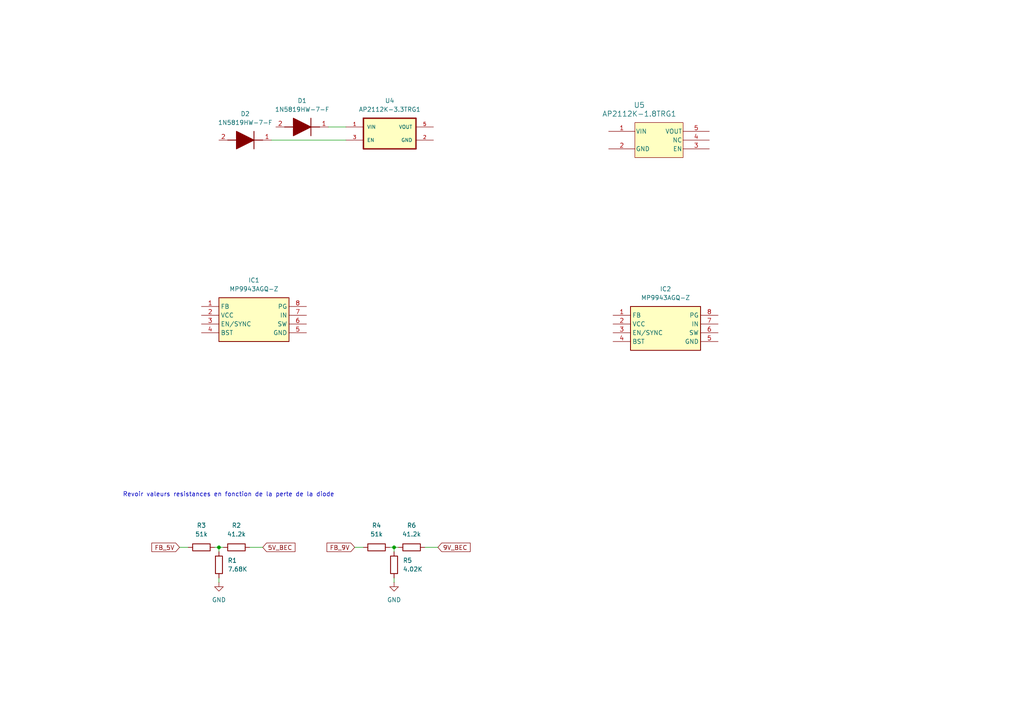
<source format=kicad_sch>
(kicad_sch (version 20250114) (generator "eeschema") (generator_version "9.0")
  (paper "A4")
  (lib_symbols
    (symbol "Device:R" (pin_numbers (hide yes)) (pin_names (offset 0))
      (property "Reference" "R" (at 2.032 0 90))
      (property "Value" "R" (at 0 0 90))
      (symbol "R_0_1"
        (rectangle (start -1.016 -2.54) (end 1.016 2.54) (stroke (width 0.254)))
      )
      (symbol "R_1_1"
        (pin passive line (at 0 3.81 270) (length 1.27) (name "~") (number "1"))
        (pin passive line (at 0 -3.81 90) (length 1.27) (name "~") (number "2"))
      )
    )
    (symbol "fcg4:1N5819HW-7-F" (pin_names (hide yes))
      (property "Reference" "D" (at 1.016 6.858 0))
      (property "Value" "1N5819HW-7-F" (at 1.016 4.826 0))
      (symbol "1N5819HW-7-F_1_1"
        (polyline (pts (xy 2.54 0) (xy 5.08 0)) (stroke (width 0.254)))
        (polyline (pts (xy 5.08 2.54) (xy 5.08 -2.54)) (stroke (width 0.254)))
        (polyline (pts (xy 5.08 0) (xy 10.16 2.54) (xy 10.16 -2.54) (xy 5.08 0)) (stroke (width 0.254)) (fill (type outline)))
        (polyline (pts (xy 10.16 0) (xy 12.7 0)) (stroke (width 0.254)))
        (pin passive line (at 0 0 0) (length 2.54) (name "K") (number "1"))
        (pin passive line (at 15.24 0 180) (length 2.54) (name "A") (number "2"))
      )
    )
    (symbol "fcg4:AP2112K-1.8TRG1" (pin_names (offset 0.254))
      (property "Reference" "U" (at 20.32 10.16 0))
      (property "Value" "AP2112K-1.8TRG1" (at 20.32 7.62 0))
      (symbol "AP2112K-1.8TRG1_0_1"
        (pin unspecified line (at 11.43 2.54 0) (length 7.62) (name "VIN") (number "1"))
        (pin unspecified line (at 11.43 -2.54 0) (length 7.62) (name "GND") (number "2"))
        (pin unspecified line (at 40.64 2.54 180) (length 7.62) (name "VOUT") (number "5"))
        (pin unspecified line (at 40.64 0 180) (length 7.62) (name "NC") (number "4"))
        (pin unspecified line (at 40.64 -2.54 180) (length 7.62) (name "EN") (number "3"))
      )
      (symbol "AP2112K-1.8TRG1_1_1"
        (rectangle (start 19.05 5.08) (end 33.02 -5.08) (fill (type background)))
      )
    )
    (symbol "fcg4:AP2112K-3.3TRG1" (pin_names (offset 1.016))
      (property "Reference" "U" (at -7.663 8.6476 0))
      (property "Value" "AP2112K-3.3TRG1" (at -7.6489 -11.6507 0))
      (symbol "AP2112K-3.3TRG1_0_0"
        (rectangle (start -7.62 7.62) (end 7.62 -1.27) (stroke (width 0.41)) (fill (type background)))
        (pin power_in line (at -12.7 5.08 0) (length 5.08) (name "VIN") (number "1"))
        (pin input line (at -12.7 1.27 0) (length 5.08) (name "EN") (number "3"))
        (pin power_in line (at 12.7 5.08 180) (length 5.08) (name "VOUT") (number "5"))
        (pin power_in line (at 12.7 1.27 180) (length 5.08) (name "GND") (number "2"))
      )
    )
    (symbol "fcg4:MP9943AGQ-Z"
      (property "Reference" "IC" (at 26.67 7.62 0))
      (property "Value" "MP9943AGQ-Z" (at 26.67 5.08 0))
      (symbol "MP9943AGQ-Z_1_1"
        (rectangle (start 5.08 2.54) (end 25.4 -10.16) (stroke (width 0.254)) (fill (type background)))
        (pin passive line (at 0 0 0) (length 5.08) (name "FB") (number "1"))
        (pin passive line (at 0 -2.54 0) (length 5.08) (name "VCC") (number "2"))
        (pin passive line (at 0 -5.08 0) (length 5.08) (name "EN/SYNC") (number "3"))
        (pin passive line (at 0 -7.62 0) (length 5.08) (name "BST") (number "4"))
        (pin passive line (at 30.48 0 180) (length 5.08) (name "PG") (number "8"))
        (pin passive line (at 30.48 -2.54 180) (length 5.08) (name "IN") (number "7"))
        (pin passive line (at 30.48 -5.08 180) (length 5.08) (name "SW") (number "6"))
        (pin passive line (at 30.48 -7.62 180) (length 5.08) (name "GND") (number "5"))
      )
    )
    (symbol "power:GND" (power) (pin_numbers (hide yes)) (pin_names (offset 0) (hide yes))
      (property "Value" "GND" (at 0 -3.81 0))
      (symbol "GND_0_1"
        (polyline (pts (xy 0 0) (xy 0 -1.27) (xy 1.27 -1.27) (xy 0 -2.54) (xy -1.27 -1.27) (xy 0 -1.27)))
      )
      (symbol "GND_1_1"
        (pin power_in line (at 0 0 270) (length 0) (name "~") (number "1"))
      )
    )
  )
  (text "Revoir valeurs resistances en fonction de la perte de la diode\n" (at 66.294 143.51 0) (effects (font (size 1.27 1.27))))
  (junction (at 114.3 158.75))
  (junction (at 63.5 158.75))
  (wire (pts (xy 113.03 158.75) (xy 114.3 158.75)))
  (wire (pts (xy 52.07 158.75) (xy 54.61 158.75)))
  (wire (pts (xy 62.23 158.75) (xy 63.5 158.75)))
  (wire (pts (xy 123.19 158.75) (xy 127 158.75)))
  (wire (pts (xy 63.5 158.75) (xy 63.5 160.02)))
  (wire (pts (xy 72.39 158.75) (xy 76.2 158.75)))
  (wire (pts (xy 63.5 158.75) (xy 64.77 158.75)))
  (wire (pts (xy 78.74 40.64) (xy 100.33 40.64)))
  (wire (pts (xy 95.25 36.83) (xy 100.33 36.83)))
  (wire (pts (xy 114.3 167.64) (xy 114.3 168.91)))
  (wire (pts (xy 114.3 158.75) (xy 114.3 160.02)))
  (wire (pts (xy 63.5 167.64) (xy 63.5 168.91)))
  (wire (pts (xy 114.3 158.75) (xy 115.57 158.75)))
  (wire (pts (xy 102.87 158.75) (xy 105.41 158.75)))
  (global_label "FB_9V" (shape input) (at 102.87 158.75 180) (property "Intersheetrefs" "${INTERSHEET_REFS}" (effects (hide yes))))
  (global_label "9V_BEC" (shape input) (at 127 158.75 0) (property "Intersheetrefs" "${INTERSHEET_REFS}" (effects (hide yes))))
  (global_label "5V_BEC" (shape input) (at 76.2 158.75 0) (property "Intersheetrefs" "${INTERSHEET_REFS}" (effects (hide yes))))
  (global_label "FB_5V" (shape input) (at 52.07 158.75 180) (property "Intersheetrefs" "${INTERSHEET_REFS}" (effects (hide yes))))
  (symbol (lib_id "Device:R") (at 63.5 163.83 0) (unit 1)
    (property "Reference" "R1" (at 66.04 162.5599 0) (effects (justify left)))
    (property "Value" "7.68K" (at 66.04 165.0999 0) (effects (justify left)))
    (property "Description" "Resistor" (effects (hide yes)))
  )
  (symbol (lib_id "power:GND") (at 63.5 168.91 0) (unit 1)
    (property "Reference" "#PWR01" (effects (hide yes)))
    (property "Value" "GND" (at 63.5 173.99 0))
    (property "Description" "Power symbol creates a global label with name \"GND\" , ground" (effects (hide yes)))
  )
  (symbol (lib_id "Device:R") (at 114.3 163.83 0) (unit 1)
    (property "Reference" "R5" (at 116.84 162.5599 0) (effects (justify left)))
    (property "Value" "4.02K" (at 116.84 165.0999 0) (effects (justify left)))
    (property "Description" "Resistor" (effects (hide yes)))
  )
  (symbol (lib_id "Device:R") (at 119.38 158.75 90) (unit 1)
    (property "Reference" "R6" (at 119.38 152.4 90))
    (property "Value" "41.2k" (at 119.38 154.94 90))
    (property "Description" "Resistor" (effects (hide yes)))
  )
  (symbol (lib_id "Device:R") (at 58.42 158.75 90) (unit 1)
    (property "Reference" "R3" (at 58.42 152.4 90))
    (property "Value" "51k" (at 58.42 154.94 90))
    (property "Description" "Resistor" (effects (hide yes)))
  )
  (symbol (lib_id "fcg4:AP2112K-1.8TRG1") (at 165.1 40.64 0) (unit 1)
    (property "Reference" "U5" (at 185.42 30.48 0) (effects (font (size 1.524 1.524))))
    (property "Value" "AP2112K-1.8TRG1" (at 185.42 33.02 0) (effects (font (size 1.524 1.524))))
    (property "Footprint" "fcg4_fp:AP2112K-1.8TRG1_DIO" (effects (hide yes)))
    (property "Datasheet" "AP2112K-1.8TRG1" (effects (hide yes)))
  )
  (symbol (lib_id "Device:R") (at 68.58 158.75 90) (unit 1)
    (property "Reference" "R2" (at 68.58 152.4 90))
    (property "Value" "41.2k" (at 68.58 154.94 90))
    (property "Description" "Resistor" (effects (hide yes)))
  )
  (symbol (lib_id "fcg4:1N5819HW-7-F") (at 95.25 36.83 180) (unit 1)
    (property "Reference" "D1" (at 87.63 29.21 0))
    (property "Value" "1N5819HW-7-F" (at 87.63 31.75 0))
    (property "Footprint" "SOD3716X145M" (effects (hide yes)))
    (property "Datasheet" "https://www.diodes.com//assets/Datasheets/1N5819HW.pdf" (effects (hide yes)))
    (property "Description" "Diode Schottky 1A 40V SOD123 Diodes Inc 1N5819HW-7-F, SMT Schottky Diode, 40V 1A, 2-Pin SOD-123" (effects (hide yes)))
    (property "Height" "1.45" (effects (hide yes)))
    (property "Mouser Part Number" "621-1N5819HW-F" (effects (hide yes)))
    (property "Mouser Price/Stock" "https://www.mouser.co.uk/ProductDetail/Diodes-Incorporated/1N5819HW-7-F?qs=NQ47qNm99eDyWTEd07miYA%3D%3D" (effects (hide yes)))
    (property "Manufacturer_Name" "Diodes Incorporated" (effects (hide yes)))
    (property "Manufacturer_Part_Number" "1N5819HW-7-F" (effects (hide yes)))
  )
  (symbol (lib_id "fcg4:AP2112K-3.3TRG1") (at 113.03 41.91 0) (unit 1)
    (property "Reference" "U4" (at 113.03 29.21 0))
    (property "Value" "AP2112K-3.3TRG1" (at 113.03 31.75 0))
    (property "Footprint" "fcg4_fp:SOT95P285X140-5N" (effects (hide yes)))
    (property "DigiKey_Part_Number" "AP2112K-3.3TRG1DICT-ND" (effects (hide yes)))
    (property "SnapEDA_Link" "https://www.snapeda.com/parts/AP2112K-3.3TRG1/Diodes+Inc./view-part/?ref=snap" (effects (hide yes)))
    (property "Description_1" "Voltage Regulators, LDO, 600mA CMOS LDO 50mA 3.3V 250mV | Diodes Inc AP2112K-3.3TRG1" (effects (hide yes)))
    (property "Package" "SOT-753 Diodes Inc." (effects (hide yes)))
    (property "Check_prices" "https://www.snapeda.com/parts/AP2112K-3.3TRG1/Diodes+Inc./view-part/?ref=eda" (effects (hide yes)))
    (property "PARTREV" "2-2" (effects (hide yes)))
    (property "MF" "Diodes Inc." (effects (hide yes)))
    (property "MP" "AP2112K-3.3TRG1" (effects (hide yes)))
    (property "MANUFACTURER" "Diodes Inc." (effects (hide yes)))
  )
  (symbol (lib_id "fcg4:1N5819HW-7-F") (at 78.74 40.64 180) (unit 1)
    (property "Reference" "D2" (at 71.12 33.02 0))
    (property "Value" "1N5819HW-7-F" (at 71.12 35.56 0))
    (property "Footprint" "SOD3716X145M" (effects (hide yes)))
    (property "Datasheet" "https://www.diodes.com//assets/Datasheets/1N5819HW.pdf" (effects (hide yes)))
    (property "Description" "Diode Schottky 1A 40V SOD123 Diodes Inc 1N5819HW-7-F, SMT Schottky Diode, 40V 1A, 2-Pin SOD-123" (effects (hide yes)))
    (property "Height" "1.45" (effects (hide yes)))
    (property "Mouser Part Number" "621-1N5819HW-F" (effects (hide yes)))
    (property "Mouser Price/Stock" "https://www.mouser.co.uk/ProductDetail/Diodes-Incorporated/1N5819HW-7-F?qs=NQ47qNm99eDyWTEd07miYA%3D%3D" (effects (hide yes)))
    (property "Manufacturer_Name" "Diodes Incorporated" (effects (hide yes)))
    (property "Manufacturer_Part_Number" "1N5819HW-7-F" (effects (hide yes)))
  )
  (symbol (lib_id "power:GND") (at 114.3 168.91 0) (unit 1)
    (property "Reference" "#PWR02" (effects (hide yes)))
    (property "Value" "GND" (at 114.3 173.99 0))
    (property "Description" "Power symbol creates a global label with name \"GND\" , ground" (effects (hide yes)))
  )
  (symbol (lib_id "fcg4:MP9943AGQ-Z") (at 177.8 91.44 0) (unit 1)
    (property "Reference" "IC2" (at 193.04 83.82 0))
    (property "Value" "MP9943AGQ-Z" (at 193.04 86.36 0))
    (property "Footprint" "SON65P300X300X100-8M" (effects (hide yes)))
    (property "Datasheet" "https://www.monolithicpower.com/en/documentview/productdocument/index/version/2/document_type/Datasheet/lang/en/sku/MP9943A/document_id/1024" (effects (hide yes)))
    (property "Description" "Buck Switching Regulator IC Positive Adjustable 0.8V 1 Output 3A 8-VDFN" (effects (hide yes)))
    (property "Height" "1" (effects (hide yes)))
    (property "Mouser Part Number" "946-MP9943AGQ-Z" (effects (hide yes)))
    (property "Mouser Price/Stock" "https://www.mouser.co.uk/ProductDetail/Monolithic-Power-Systems-MPS/MP9943AGQ-Z?qs=cslStgdnz9Ooxd5hTfzQqw%3D%3D" (effects (hide yes)))
    (property "Manufacturer_Name" "Monolithic Power Systems (MPS)" (effects (hide yes)))
    (property "Manufacturer_Part_Number" "MP9943AGQ-Z" (effects (hide yes)))
  )
  (symbol (lib_id "Device:R") (at 109.22 158.75 90) (unit 1)
    (property "Reference" "R4" (at 109.22 152.4 90))
    (property "Value" "51k" (at 109.22 154.94 90))
    (property "Description" "Resistor" (effects (hide yes)))
  )
  (symbol (lib_id "fcg4:MP9943AGQ-Z") (at 58.42 88.9 0) (unit 1)
    (property "Reference" "IC1" (at 73.66 81.28 0))
    (property "Value" "MP9943AGQ-Z" (at 73.66 83.82 0))
    (property "Footprint" "SON65P300X300X100-8M" (effects (hide yes)))
    (property "Datasheet" "https://www.monolithicpower.com/en/documentview/productdocument/index/version/2/document_type/Datasheet/lang/en/sku/MP9943A/document_id/1024" (effects (hide yes)))
    (property "Description" "Buck Switching Regulator IC Positive Adjustable 0.8V 1 Output 3A 8-VDFN" (effects (hide yes)))
    (property "Height" "1" (effects (hide yes)))
    (property "Mouser Part Number" "946-MP9943AGQ-Z" (effects (hide yes)))
    (property "Mouser Price/Stock" "https://www.mouser.co.uk/ProductDetail/Monolithic-Power-Systems-MPS/MP9943AGQ-Z?qs=cslStgdnz9Ooxd5hTfzQqw%3D%3D" (effects (hide yes)))
    (property "Manufacturer_Name" "Monolithic Power Systems (MPS)" (effects (hide yes)))
    (property "Manufacturer_Part_Number" "MP9943AGQ-Z" (effects (hide yes)))
  )
)
</source>
